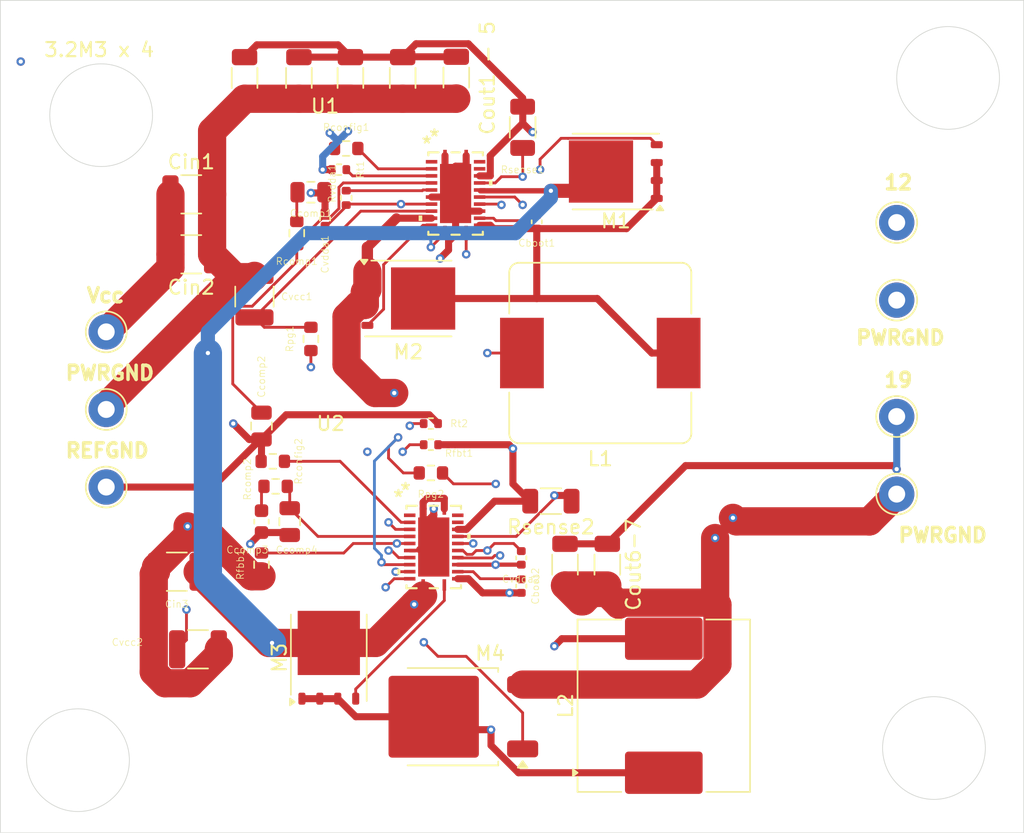
<source format=kicad_pcb>
(kicad_pcb (version 20241229) (generator "pcbnew") (generator_version "9.0")
  (layers (0 "F.Cu" signal) (4 "In1.Cu" mixed) (6 "In2.Cu" mixed) (2 "B.Cu" signal) (13 "F.Paste" user) (15 "B.Paste" user) (5 "F.SilkS" user "F.Silkscreen") (7 "B.SilkS" user "B.Silkscreen") (1 "F.Mask" user) (3 "B.Mask" user) (25 "Edge.Cuts" user))
  (net 0 "")
  (net 1 "Net-(U1-CBOOT)")
  (net 2 "Net-(M2-D)")
  (net 3 "Net-(M4-D)")
  (net 4 "Net-(U2-CBOOT)")
  (net 5 "GNDREF")
  (net 6 "Net-(Ccomp1-Pad1)")
  (net 7 "Net-(U1-EXTCOMP)")
  (net 8 "Net-(Ccomp3-Pad2)")
  (net 9 "Net-(U2-EXTCOMP)")
  (net 10 "GNDPWR")
  (net 11 "VCC")
  (net 12 "Net-(Con2-Pin_1)")
  (net 13 "Net-(Con3-Pin_1)")
  (net 14 "Net-(U1-VCC)")
  (net 15 "Net-(U2-VCC)")
  (net 16 "Net-(U1-PFM{slash}SYNC)")
  (net 17 "Net-(U2-PFM{slash}SYNC)")
  (net 18 "Net-(U1-ISNS+)")
  (net 19 "Net-(U2-ISNS+)")
  (net 20 "Net-(M1-G)")
  (net 21 "Net-(M2-G)")
  (net 22 "Net-(M3-G)")
  (net 23 "Net-(M4-G)")
  (net 24 "Net-(U1-CNFG)")
  (net 25 "Net-(U2-CNFG)")
  (net 26 "Net-(U2-FB)")
  (net 27 "Net-(U1-PG{slash}SYNCOUT)")
  (net 28 "Net-(U2-PG{slash}SYNCOUT)")
  (net 29 "Net-(U1-RT)")
  (net 30 "Net-(U2-RT)")
  (net 31 "Net-(U1-FB)")
  (footprint "Resistor_SMD:R_0402_1005Metric" (layer "F.Cu") (at 70 50 180)
    (property "Reference" "Rfbt1")
    (property "Value" "232K")
  )
  (footprint "Resistor_SMD:R_0603_1608Metric" (layer "F.Cu") (at 70 52)
    (property "Reference" "Rpg2")
    (property "Value" "100k")
  )
  (footprint "Capacitor_SMD:C_0402_1005Metric" (layer "F.Cu") (at 76.4036 58.02 -90)
    (property "Reference" "Cvdda2")
    (property "Value" "100n")
  )
  (footprint "Capacitor_SMD:C_0402_1005Metric" (layer "F.Cu") (at 76.4036 60.02 -90)
    (property "Reference" "Cboot2")
    (property "Value" "100n")
  )
  (footprint "Resistor_SMD:R_0402_1005Metric" (layer "F.Cu") (at 70 48.5 180)
    (property "Reference" "Rt2")
    (property "Value" "29.4K")
  )
  (footprint "Capacitor_SMD:C_0805_2012Metric" (layer "F.Cu") (at 60 55.45 90)
    (property "Reference" "Ccomp4")
    (property "Value" "68p")
  )
  (footprint "Capacitor_SMD:C_1210_3225Metric" (layer "F.Cu") (at 52 59 180)
    (property "Reference" "Cin3")
    (property "Value" "3.3u")
  )
  (footprint "Resistor_SMD:R_0603_1608Metric" (layer "F.Cu") (at 58 58.5 -90)
    (property "Reference" "Rfbb1")
    (property "Value" "10K")
  )
  (footprint "Wire Holes:Vout Holed" (layer "F.Cu") (at 103 34.25)
    (property "Reference" "Con2" (hide yes))
    (property "Value" "12V Out" (hide yes))
  )
  (footprint "Resistor_SMD:R_0603_1608Metric" (layer "F.Cu") (at 58.8 51.175)
    (property "Reference" "Rconfig2")
    (property "Value" "40.2K")
  )
  (footprint "Resistor_SMD:R_0603_1608Metric" (layer "F.Cu") (at 61.5 42.5 -90)
    (property "Reference" "Rpg1")
    (property "Value" "100K")
  )
  (footprint "Package_TO_SOT_SMD:TO-252-2" (layer "F.Cu") (at 71.46 69.28 180)
    (property "Reference" "M4")
    (property "Value" "100V 200A")
  )
  (footprint "Capacitor_SMD:C_1206_3216Metric" (layer "F.Cu") (at 79.5 58.5 -90)
    (property "Reference" "Cout7" (hide yes))
    (property "Value" "4.7u")
  )
  (footprint "Resistor_SMD:R_0603_1608Metric" (layer "F.Cu") (at 59 52.95)
    (property "Reference" "Rcomp2")
    (property "Value" "5.23k")
  )
  (footprint "Package_TO_SOT_SMD:TDSON-8-1" (layer "F.Cu") (at 83.1 30.635 180)
    (property "Reference" "M1")
    (property "Value" "80V 77A")
  )
  (footprint "Resistor_SMD:R_1206_3216Metric" (layer "F.Cu") (at 76.5 27.5 90)
    (property "Reference" "Rsense1")
    (property "Value" "6m")
  )
  (footprint "Inductor_SMD:L_Coilcraft_MSS1210-XXX" (layer "F.Cu") (at 86.5 68.5 90)
    (property "Reference" "L2")
    (property "Value" "10u")
  )
  (footprint "Resistor_SMD:R_0603_1608Metric" (layer "F.Cu") (at 60.5 35 -90)
    (property "Reference" "Rcomp1")
    (property "Value" "4.7K")
  )
  (footprint "Capacitor_SMD:C_0805_2012Metric" (layer "F.Cu") (at 61.5 32.1)
    (property "Reference" "Ccomp1")
    (property "Value" "3.9n")
  )
  (footprint "Capacitor_SMD:C_1210_3225Metric" (layer "F.Cu") (at 53.025 32.25)
    (property "Reference" "Cin1")
    (property "Value" "2.2u")
  )
  (footprint "Capacitor_SMD:C_1206_3216Metric" (layer "F.Cu") (at 68 24 -90)
    (property "Reference" "Cout2" (hide yes))
    (property "Value" "10u")
  )
  (footprint "Resistor_SMD:R_0603_1608Metric" (layer "F.Cu") (at 64 29)
    (property "Reference" "Rconfig1")
    (property "Value" "40.2K")
  )
  (footprint "Capacitor_SMD:C_0805_2012Metric" (layer "F.Cu") (at 58 48.675 -90)
    (property "Reference" "Ccomp2")
    (property "Value" "100p")
  )
  (footprint "Resistor_SMD:R_0402_1005Metric" (layer "F.Cu") (at 64 32.5 -90)
    (property "Reference" "Rvdda1")
    (property "Value" "47.5K")
  )
  (footprint "Wire Holes:Vin Holes" (layer "F.Cu") (at 47 42)
    (property "Reference" "Con1" (hide yes))
    (property "Value" "Battery In" (hide yes))
  )
  (footprint "Wire Holes:Vout Holed" (layer "F.Cu") (at 103 48)
    (property "Reference" "Con3" (hide yes))
    (property "Value" "19.5V Out" (hide yes))
  )
  (footprint "Inductor_SMD:L_Bourns_SRP1245A" (layer "F.Cu") (at 82 43.5 180)
    (property "Reference" "L1")
    (property "Value" "6.8u")
  )
  (footprint "Capacitor_SMD:C_1206_3216Metric" (layer "F.Cu") (at 82.5 58.5 -90)
    (property "Reference" "Cout6-7")
    (property "Value" "4.7u")
  )
  (footprint "Capacitor_SMD:C_1206_3216Metric" (layer "F.Cu") (at 64.3 24 -90)
    (property "Reference" "Cout3" (hide yes))
    (property "Value" "10u")
  )
  (footprint "Capacitor_SMD:C_1206_3216Metric" (layer "F.Cu") (at 60.65 24 -90)
    (property "Reference" "Cout4" (hide yes))
    (property "Value" "10u")
  )
  (footprint "Resistor_SMD:R_0402_1005Metric" (layer "F.Cu") (at 63.5 30.5)
    (property "Reference" "Rt1")
    (property "Value" "39K")
  )
  (footprint "LM5149:VQFN24_RGY_TEX" (layer "F.Cu") (at 71.75 32.1924)
    (property "Reference" "U1")
    (property "Value" "LM5149RGYR")
  )
  (footprint "Package_TO_SOT_SMD:TDSON-8-1" (layer "F.Cu") (at 68.4 39.635)
    (property "Reference" "M2")
    (property "Value" "80V 77A")
  )
  (footprint "LM5149:VQFN24_RGY_TEX" (layer "F.Cu") (at 70.2018 57.25)
    (property "Reference" "U2")
    (property "Value" "LM5149RGYR")
  )
  (footprint "Resistor_SMD:R_1206_3216Metric" (layer "F.Cu") (at 78.5 54 180)
    (property "Reference" "Rsense2")
    (property "Value" "9m")
  )
  (footprint "Capacitor_SMD:C_0603_1608Metric" (layer "F.Cu") (at 58 55.45 90)
    (property "Reference" "Ccomp3")
    (property "Value" "2.7n")
  )
  (footprint "Capacitor_SMD:C_1210_3225Metric" (layer "F.Cu") (at 53.025 36.5)
    (property "Reference" "Cin2")
    (property "Value" "2.2u")
  )
  (footprint "Capacitor_SMD:C_0402_1005Metric" (layer "F.Cu") (at 62.5 34 90)
    (property "Reference" "Cvdda1")
    (property "Value" "100n")
  )
  (footprint "Capacitor_SMD:C_1210_3225Metric" (layer "F.Cu") (at 57.5 39.5 90)
    (property "Reference" "Cvcc1")
    (property "Value" "2.2u")
  )
  (footprint "Capacitor_SMD:C_1206_3216Metric" (layer "F.Cu") (at 56.8 24 -90)
    (property "Reference" "Cout5" (hide yes))
    (property "Value" "10u")
  )
  (footprint "Capacitor_SMD:C_1206_3216Metric" (layer "F.Cu") (at 71.8 23.975 -90)
    (property "Reference" "Cout1 - 5")
    (property "Value" "10u")
  )
  (footprint "Package_TO_SOT_SMD:TDSON-8-1" (layer "F.Cu") (at 62.7686 65.1 90)
    (property "Reference" "M3")
    (property "Value" "80V 77A")
  )
  (footprint "Capacitor_SMD:C_1210_3225Metric" (layer "F.Cu") (at 53.5 64.5)
    (property "Reference" "Cvcc2")
    (property "Value" "2.2u")
  )
  (footprint "Capacitor_SMD:C_0402_1005Metric" (layer "F.Cu") (at 77.5 34.2 -90)
    (property "Reference" "Cboot1")
    (property "Value" "100n")
  )
  (gr_circle (center 46.640055 26.640055) (end 50.140055 25.640055) (stroke (width 0.05)) (fill no) (layer "Edge.Cuts"))
  (gr_circle (center 105.640055 71.5) (end 109.140055 70.5) (stroke (width 0.05)) (fill no) (layer "Edge.Cuts"))
  (gr_rect (start 39.5 18.5) (end 112 77.5) (stroke (width 0.05)) (fill no) (layer "Edge.Cuts"))
  (gr_circle (center 45 72.359945) (end 48.5 71.359945) (stroke (width 0.05)) (fill no) (layer "Edge.Cuts"))
  (gr_circle (center 106.640055 24) (end 110.140055 23) (stroke (width 0.05)) (fill no) (layer "Edge.Cuts"))
  (gr_text "3.2M3 x 4" (at 46.5 22 0) (layer "F.SilkS") (effects (font (size 1 1))))
  (segment (start 74.6082 34.1148) (end 77.1052 34.1148) (width 0.2) (layer "F.Cu") (net 1))
  (segment (start 74.4358 33.9424) (end 74.6082 34.1148) (width 0.2) (layer "F.Cu") (net 1))
  (segment (start 77.1052 34.1148) (end 77.5 33.72) (width 0.2) (layer "F.Cu") (net 1))
  (segment (start 73.4518 33.9424) (end 74.4358 33.9424) (width 0.2) (layer "F.Cu") (net 1))
  (segment (start 69.45 39.635) (end 77.5 39.635) (width 0.5) (layer "F.Cu") (net 2))
  (segment (start 81.785 39.635) (end 85.65 43.5) (width 0.5) (layer "F.Cu") (net 2))
  (segment (start 83.86 34.68) (end 86 32.54) (width 0.5) (layer "F.Cu") (net 2))
  (segment (start 73.4518 34.4424) (end 74.2082 34.4424) (width 0.5) (layer "F.Cu") (net 2))
  (segment (start 74.2082 34.4424) (end 74.4458 34.68) (width 0.5) (layer "F.Cu") (net 2))
  (segment (start 86 32.54) (end 86 31.27) (width 0.5) (layer "F.Cu") (net 2))
  (segment (start 87.55 43.5) (end 85.65 43.5) (width 0.5) (layer "F.Cu") (net 2))
  (segment (start 77.5 39.635) (end 81.785 39.635) (width 0.5) (layer "F.Cu") (net 2))
  (segment (start 77.5 39.635) (end 77.5 34.68) (width 0.5) (layer "F.Cu") (net 2))
  (segment (start 86 30) (end 86 31.27) (width 0.5) (layer "F.Cu") (net 2))
  (segment (start 74.4458 34.68) (end 77.5 34.68) (width 0.5) (layer "F.Cu") (net 2))
  (segment (start 77.5 34.68) (end 83.86 34.68) (width 0.5) (layer "F.Cu") (net 2))
  (segment (start 73.66 60.5) (end 72.66 59.5) (width 0.5) (layer "F.Cu") (net 3))
  (segment (start 75.5717 60.5) (end 76.4036 60.5) (width 0.5) (layer "F.Cu") (net 3))
  (segment (start 86.5 73.25) (end 76.2007 73.25) (width 0.5) (layer "F.Cu") (net 3))
  (segment (start 71.12 70.2) (end 70.2 69.28) (width 0.5) (layer "F.Cu") (net 3))
  (segment (start 62.1336 68) (end 63.4036 68) (width 0.5) (layer "F.Cu") (net 3))
  (segment (start 75.5717 60.5) (end 73.66 60.5) (width 0.5) (layer "F.Cu") (net 3))
  (segment (start 64.6836 69.28) (end 70.2 69.28) (width 0.5) (layer "F.Cu") (net 3))
  (segment (start 71.9036 59.5) (end 72.66 59.5) (width 0.5) (layer "F.Cu") (net 3))
  (segment (start 63.4036 68) (end 64.6836 69.28) (width 0.5) (layer "F.Cu") (net 3))
  (segment (start 60.8636 68) (end 62.1336 68) (width 0.5) (layer "F.Cu") (net 3))
  (segment (start 74.2595 71.3088) (end 74.2595 70.2) (width 0.5) (layer "F.Cu") (net 3))
  (segment (start 74.2595 70.2) (end 71.12 70.2) (width 0.5) (layer "F.Cu") (net 3))
  (segment (start 76.2007 73.25) (end 74.2595 71.3088) (width 0.5) (layer "F.Cu") (net 3))
  (via (at 75.5717 60.5) (size 0.6) (drill 0.3) (layers "F.Cu" "B.Cu") (net 3))
  (via (at 74.2595 70.2) (size 0.6) (drill 0.3) (layers "F.Cu" "B.Cu") (net 3))
  (segment (start 71.9036 59) (end 73 59) (width 0.2) (layer "F.Cu") (net 4))
  (segment (start 73.5 59.5) (end 76.3636 59.5) (width 0.2) (layer "F.Cu") (net 4))
  (segment (start 76.3636 59.5) (end 76.4036 59.54) (width 0.2) (layer "F.Cu") (net 4))
  (segment (start 73 59) (end 73.5 59.5) (width 0.2) (layer "F.Cu") (net 4))
  (segment (start 70.2014 54.9666) (end 69.854 55.314) (width 0.5) (layer "F.Cu") (net 5))
  (segment (start 64.1233 27.7793) (end 63.175 28.7276) (width 0.5) (layer "F.Cu") (net 5))
  (segment (start 70.2018 54.5372) (end 70.2014 54.5376) (width 0.5) (layer "F.Cu") (net 5))
  (segment (start 71.7436 30.2564) (end 71.6529 30.3471) (width 0.5) (layer "F.Cu") (net 5))
  (segment (start 47 53) (end 54.5439 53) (width 0.5) (layer "F.Cu") (net 5))
  (segment (start 74.581 58.5) (end 74.5851 58.5041) (width 0.5) (layer "F.Cu") (net 5))
  (segment (start 62.3965 32.1535) (end 62.45 32.1) (width 0.5) (layer "F.Cu") (net 5))
  (segment (start 58 49.625) (end 57.9189 49.625) (width 0.5) (layer "F.Cu") (net 5))
  (segment (start 71.6529 30.3471) (end 71.6529 32.0953) (width 0.5) (layer "F.Cu") (net 5))
  (segment (start 58 56.225) (end 59.825 56.225) (width 0.5) (layer "F.Cu") (net 5))
  (segment (start 70.2018 57.25) (end 70.0246 57.4272) (width 0.5) (layer "F.Cu") (net 5))
  (segment (start 72.5 30.2564) (end 71.7436 30.2564) (width 0.5) (layer "F.Cu") (net 5))
  (segment (start 58 49.625) (end 59.7489 47.8761) (width 0.5) (layer "F.Cu") (net 5))
  (segment (start 57.125 49.625) (end 56 48.5) (width 0.5) (layer "F.Cu") (net 5))
  (segment (start 58 56.225) (end 57.2065 57.0185) (width 0.5) (layer "F.Cu") (net 5))
  (segment (start 70.2018 57.0354) (end 70.2018 57.25) (width 0.5) (layer "F.Cu") (net 5))
  (segment (start 69.2061 57.4272) (end 69.1333 57.5) (width 0.2538) (layer "F.Cu") (net 5))
  (segment (start 71.2519 36.1964) (end 71.2519 35.5929) (width 0.5) (layer "F.Cu") (net 5))
  (segment (start 62.3965 32.1535) (end 62.5 32.257) (width 0.5) (layer "F.Cu") (net 5))
  (segment (start 71.0907 30.3471) (end 71 30.2564) (width 0.5) (layer "F.Cu") (net 5))
  (segment (start 69.4518 54.1794) (end 69.4518 54.0762) (width 0.5) (layer "F.Cu") (net 5))
  (segment (start 62.3343 30.5) (end 62.99 30.5) (width 0.5) (layer "F.Cu") (net 5))
  (segment (start 69.2083 57.4272) (end 69.2061 57.4272) (width 0.2538) (layer "F.Cu") (net 5))
  (segment (start 70.6533 36.795) (end 71.2519 36.1964) (width 0.5) (layer "F.Cu") (net 5))
  (segment (start 59.7489 47.8761) (end 69.8861 47.8761) (width 0.5) (layer "F.Cu") (net 5))
  (segment (start 62.5 32.257) (end 62.5 33.52) (width 0.5) (layer "F.Cu") (net 5))
  (segment (start 69.4518 54.5576) (end 69.4518 55.314) (width 0.5) (layer "F.Cu") (net 5))
  (segment (start 70.0482 32.4424) (end 71.5 32.4424) (width 0.5) (layer "F.Cu") (net 5))
  (segment (start 73.4518 33.4424) (end 72.6954 33.4424) (width 0.5) (layer "F.Cu") (net 5))
  (segment (start 69.854 55.314) (end 69.4518 55.314) (width 0.5) (layer "F.Cu") (net 5))
  (segment (start 61.5 32.1535) (end 62.3965 32.1535) (width 0.5) (layer "F.Cu") (net 5))
  (segment (start 69.7268 53.8012) (end 69.4518 54.0762) (width 0.5) (layer "F.Cu") (net 5))
  (segment (start 58 51.15) (end 58 49.625) (width 0.5) (layer "F.Cu") (net 5))
  (segment (start 71.75 33.4424) (end 72.6954 33.4424) (width 0.5) (layer "F.Cu") (net 5))
  (segment (start 69.4518 54.5576) (end 69.4518 54.5125) (width 0.5) (layer "F.Cu") (net 5))
  (segment (start 69.8861 47.8761) (end 70.51 48.5) (width 0.5) (layer "F.Cu") (net 5))
  (segment (start 70.9518 54.5576) (end 70.9518 53.8012) (width 0.5) (layer "F.Cu") (net 5))
  (segment (start 76.4036 58.5) (end 74.5892 58.5) (width 0.3) (layer "F.Cu") (net 5))
  (segment (start 70.9518 53.8012) (end 69.7268 53.8012) (width 0.5) (layer "F.Cu") (net 5))
  (segment (start 57.975 51.175) (end 58 51.15) (width 0.5) (layer "F.Cu") (net 5))
  (segment (start 71.75 33.4424) (end 71.75 32.1924) (width 0.5) (layer "F.Cu") (net 5))
  (segment (start 70.2014 54.5376) (end 70.2014 54.9666) (width 0.5) (layer "F.Cu") (net 5))
  (segment (start 57.9189 49.625) (end 57.125 49.625) (width 0.5) (layer "F.Cu") (net 5))
  (segment (start 70.2018 54.967) (end 70.2014 54.9666) (width 0.5) (layer "F.Cu") (net 5))
  (segment (start 54.5439 53) (end 57.9189 49.625) (width 0.5) (layer "F.Cu") (net 5))
  (segment (start 71.75 35.0949) (end 71.75 33.4424) (width 0.5) (layer "F.Cu") (net 5))
  (segment (start 68.5 57.5) (end 69.1333 57.5) (width 0.2538) (layer "F.Cu") (net 5))
  (segment (start 71 29.5) (end 71 30.2564) (width 0.5) (layer "F.Cu") (net 5))
  (segment (start 71.9036 58.5) (end 74.581 58.5) (width 0.3) (layer "F.Cu") (net 5))
  (segment (start 71.5 32.4424) (end 71.75 32.1924) (width 0.5) (layer "F.Cu") (net 5))
  (segment (start 70.2018 57.0354) (end 70.2018 54.967) (width 0.5) (layer "F.Cu") (net 5))
  (segment (start 71.6529 30.3471) (end 71.0907 30.3471) (width 0.5) (layer "F.Cu") (net 5))
  (segment (start 71.252 35.5929) (end 71.75 35.0949) (width 0.5) (layer "F.Cu") (net 5))
  (segment (start 59.825 56.225) (end 60 56.4) (width 0.5) (layer "F.Cu") (net 5))
  (segment (start 63.175 28.7276) (end 63.175 29) (width 0.5) (layer "F.Cu") (net 5))
  (segment (start 71.2519 35.5929) (end 71.252 35.5929) (width 0.5) (layer "F.Cu") (net 5))
  (segment (start 74.5892 58.5) (end 74.5851 58.5041) (width 0.5) (layer "F.Cu") (net 5))
  (segment (start 70.0246 57.4272) (end 69.2083 57.4272) (width 0.5) (layer "F.Cu") (net 5))
  (segment (start 71.6529 32.0953) (end 71.75 32.1924) (width 0.5) (layer "F.Cu") (net 5))
  (segment (start 69.4518 54.1794) (end 69.4518 54.5125) (width 0.5) (layer "F.Cu") (net 5))
  (segment (start 72.5 29.5) (end 72.5 30.2564) (width 0.5) (layer "F.Cu") (net 5))
  (segment (start 57.2065 57.0185) (end 57.2065 57.0353) (width 0.5) (layer "F.Cu") (net 5))
  (via (at 64.1233 27.7793) (size 0.6) (drill 0.3) (layers "F.Cu" "B.Cu") (net 5))
  (via (at 70.6533 36.795) (size 0.6) (drill 0.3) (layers "F.Cu" "B.Cu") (net 5))
  (via (at 74.5851 58.5041) (size 0.6) (drill 0.3) (layers "F.Cu" "B.Cu") (net 5))
  (via (at 56 48.5) (size 0.6) (drill 0.3) (layers "F.Cu" "B.Cu") (net 5))
  (via (at 62.8353 27.9021) (size 0.6) (drill 0.3) (layers "F.Cu" "B.Cu") (net 5))
  (via (at 62.3343 30.5) (size 0.6) (drill 0.3) (layers "F.Cu" "B.Cu") (net 5))
  (via (at 61.5 32.1535) (size 0.6) (drill 0.3) (layers "F.Cu" "B.Cu") (net 5))
  (via (at 40.9433 22.84) (size 0.6) (drill 0.3) (layers "F.Cu" "B.Cu") (net 5))
  (via (at 57.2065 57.0353) (size 0.6) (drill 0.3) (layers "F.Cu" "B.Cu") (net 5))
  (via (at 70.2018 54.5372) (size 0.6) (drill 0.3) (layers "F.Cu" "B.Cu") (net 5))
  (segment (start 64.1233 27.7793) (end 63.4179 28.4847) (width 0.5) (layer "B.Cu") (net 5))
  (segment (start 62.3343 29.5683) (end 62.3343 30.5) (width 0.5) (layer "B.Cu") (net 5))
  (segment (start 63.4179 28.4847) (end 62.8353 27.9021) (width 0.5) (layer "B.Cu") (net 5))
  (segment (start 63.4179 28.4847) (end 62.3343 29.5683) (width 0.5) (layer "B.Cu") (net 5))
  (segment (start 60.55 32.1) (end 60.5 32.15) (width 0.2) (layer "F.Cu") (net 6))
  (segment (start 60.5 32.15) (end 60.5 34.175) (width 0.2) (layer "F.Cu") (net 6))
  (segment (start 58 47.725) (end 55.9643 45.6893) (width 0.2) (layer "F.Cu") (net 7))
  (segment (start 63.7961 31.4424) (end 63.4858 31.7527) (width 0.2) (layer "F.Cu") (net 7))
  (segment (start 60.5 37.0241) (end 60.5 35.825) (width 0.2) (layer "F.Cu") (net 7))
  (segment (start 62.7911 33.9522) (end 62.2908 33.9522) (width 0.2) (layer "F.Cu") (net 7))
  (segment (start 57.343 40.1811) (end 60.5 37.0241) (width 0.2) (layer "F.Cu") (net 7))
  (segment (start 55.9643 45.6893) (end 55.9643 40.4936) (width 0.2) (layer "F.Cu") (net 7))
  (segment (start 63.4858 33.2575) (end 62.7911 33.9522) (width 0.2) (layer "F.Cu") (net 7))
  (segment (start 62.2908 33.9522) (end 60.5 35.743) (width 0.2) (layer "F.Cu") (net 7))
  (segment (start 70.0482 31.4424) (end 63.7961 31.4424) (width 0.2) (layer "F.Cu") (net 7))
  (segment (start 56.2768 40.1811) (end 57.343 40.1811) (width 0.2) (layer "F.Cu") (net 7))
  (segment (start 63.4858 31.7527) (end 63.4858 33.2575) (width 0.2) (layer "F.Cu") (net 7))
  (segment (start 60.5 35.743) (end 60.5 35.825) (width 0.2) (layer "F.Cu") (net 7))
  (segment (start 55.9643 40.4936) (end 56.2768 40.1811) (width 0.2) (layer "F.Cu") (net 7))
  (segment (start 58 53.125) (end 58 54.675) (width 0.2) (layer "F.Cu") (net 8))
  (segment (start 58.175 52.95) (end 58 53.125) (width 0.2) (layer "F.Cu") (net 8))
  (segment (start 60 54.5) (end 62 56.5) (width 0.2) (layer "F.Cu") (net 9))
  (segment (start 60 53.125) (end 60 54.5) (width 0.2) (layer "F.Cu") (net 9))
  (segment (start 62 56.5) (end 68.5 56.5) (width 0.2) (layer "F.Cu") (net 9))
  (segment (start 59.825 52.95) (end 60 53.125) (width 0.2) (layer "F.Cu") (net 9))
  (segment (start 54.975 64.8849) (end 52.9523 66.9076) (width 2) (layer "F.Cu") (net 10))
  (segment (start 54.975 64.5) (end 54.975 64.8849) (width 2) (layer "F.Cu") (net 10))
  (segment (start 70.0482 33.942399) (end 67.557601 33.942399) (width 0.5) (layer "F.Cu") (net 10))
  (segment (start 90.3026 61.3624) (end 90.1375 61.1973) (width 2) (layer "F.Cu") (net 10))
  (segment (start 56.1211 38.1211) (end 47 47.2422) (width 2) (layer "F.Cu") (net 10))
  (segment (start 101.0675 55.4326) (end 91.6477 55.4326) (width 2) (layer "F.Cu") (net 10))
  (segment (start 81.3797 60.5057) (end 80.7895 61.0959) (width 2) (layer "F.Cu") (net 10))
  (segment (start 103 53.5) (end 101.0675 55.4325) (width 2) (layer "F.Cu") (net 10))
  (segment (start 65.5 39) (end 65.5 37.73) (width 2) (layer "F.Cu") (net 10))
  (segment (start 52.7626 56.5974) (end 52.6098 56.5974) (width 2) (layer "F.Cu") (net 10))
  (segment (start 51.1655 66.9076) (end 50.3692 66.1113) (width 2) (layer "F.Cu") (net 10))
  (segment (start 65.3218 40.0918) (end 64.8585 40.0918) (width 2) (layer "F.Cu") (net 10))
  (segment (start 83.3171 61.3406) (end 83.317 61.3406) (width 2) (layer "F.Cu") (net 10))
  (segment (start 82.5 59.975) (end 79.5 59.975) (width 2) (layer "F.Cu") (net 10))
  (segment (start 65.3218 40.0918) (end 65.5 40.27) (width 0.5008) (layer "F.Cu") (net 10))
  (segment (start 54.5824 56.5974) (end 52.7626 56.5974) (width 2) (layer "F.Cu") (net 10))
  (segment (start 57.31 59.325) (end 54.5824 56.5974) (width 2) (layer "F.Cu") (net 10))
  (segment (start 68.5 58.999999) (end 67.5 59) (width 0.2) (layer "F.Cu") (net 10))
  (segment (start 56.1211 38.1211) (end 54.5 36.5) (width 2) (layer "F.Cu") (net 10))
  (segment (start 64.0228 40.9275) (end 64.0228 44.3037) (width 2) (layer "F.Cu") (net 10))
  (segment (start 71.8 25.45) (end 71.775 25.475) (width 2) (layer "F.Cu") (net 10))
  (segment (start 66.0521 46.333) (end 67.4039 46.333) (width 2) (layer "F.Cu") (net 10))
  (segment (start 63.2894 25.475) (end 64.3 25.475) (width 2) (layer "F.Cu") (net 10))
  (segment (start 54.5 27.775) (end 54.5 32.25) (width 2) (layer "F.Cu") (net 10))
  (segment (start 60.65 25.475) (end 63.2894 25.475) (width 2) (layer "F.Cu") (net 10))
  (segment (start 83.4604 61.1973) (end 83.3171 61.3406) (width 2) (layer "F.Cu") (net 10))
  (segment (start 82.6235 60.6471) (end 82.5995 60.6471) (width 2) (layer "F.Cu") (net 10))
  (segment (start 71.775 25.475) (end 68 25.475) (width 2) (layer "F.Cu") (net 10))
  (segment (start 80.7895 61.0959) (end 80.6209 61.0959) (width 2) (layer "F.Cu") (net 10))
  (segment (start 83.317 61.3406) (end 82.6235 60.6471) (width 2) (layer "F.Cu") (net 10))
  (segment (start 56.8 25.475) (end 54.5 27.775) (width 2) (layer "F.Cu") (net 10))
  (segment (start 90.1375 61.1973) (end 83.4604 61.1973) (width 2) (layer "F.Cu") (net 10))
  (segment (start 90.1375 61.1973) (end 90.1375 56.6125) (width 2) (layer "F.Cu") (net 10))
  (segment (start 47 47.2422) (end 47 47.5) (width 2) (layer "F.Cu") (net 10))
  (segment (start 54.5 36.5) (end 54.5 32.25) (width 2) (layer "F.Cu") (net 10))
  (segment (start 52.9523 66.9076) (end 51.1655 66.9076) (width 2) (layer "F.Cu") (net 10))
  (segment (start 64.8585 40.0918) (end 64.0228 40.9275) (width 2) (layer "F.Cu") (net 10))
  (segment (start 90.3026 65.5395) (end 90.3026 61.3624) (width 2) (layer "F.Cu") (net 10))
  (segment (start 80.6209 61.0959) (end 79.5 59.975) (width 2) (layer "F.Cu") (net 10))
  (segment (start 91.6477 55.4326) (end 91.3977 55.1826) (width 2) (layer "F.Cu") (net 10))
  (segment (start 58 59.325) (end 57.31 59.325) (width 2) (layer "F.Cu") (net 10))
  (segment (start 76.5 67) (end 88.8421 67) (width 2) (layer "F.Cu") (net 10))
  (segment (start 50.3692 66.1113) (end 50.3692 59.1558) (width 2) (layer "F.Cu") (net 10))
  (segment (start 52.6098 56.5974) (end 50.525 58.6822) (width 2) (layer "F.Cu") (net 10))
  (segment (start 57.4039 38.1211) (end 57.5 38.025) (width 2) (layer "F.Cu") (net 10))
  (segment (start 64.0228 44.3037) (end 66.0521 46.333) (width 2) (layer "F.Cu") (net 10))
  (segment (start 50.3692 59.1558) (end 50.525 59) (width 2) (layer "F.Cu") (net 10))
  (segment (start 88.8421 67) (end 90.3026 65.5395) (width 2) (layer "F.Cu") (net 10))
  (segment (start 82.4581 60.5057) (end 81.3797 60.5057) (width 2) (layer "F.Cu") (net 10))
  (segment (start 63.2894 25.475) (end 68 25.475) (width 2) (layer "F.Cu") (net 10))
  (segment (start 101.0675 55.4325) (end 101.0675 55.4326) (width 2) (layer "F.Cu") (net 10))
  (segment (start 56.1211 38.1211) (end 57.4039 38.1211) (width 2) (layer "F.Cu") (net 10))
  (segment (start 67.557601 33.942399) (end 65.5 36) (width 0.7) (layer "F.Cu") (net 10))
  (segment (start 65.3218 39.1782) (end 65.3218 40.0918) (width 2) (layer "F.Cu") (net 10))
  (segment (start 82.5995 60.6471) (end 82.4581 60.5057) (width 2) (layer "F.Cu") (net 10))
  (segment (start 65.5 36) (end 65.5 37.73) (width 0.8) (layer "F.Cu") (net 10))
  (segment (start 65.5 39) (end 65.3218 39.1782) (width 2) (layer "F.Cu") (net 10))
  (segment (start 56.8 25.475) (end 60.65 25.475) (width 2) (layer "F.Cu") (net 10))
  (segment (start 52.7626 56.5974) (end 52.7626 55.7862) (width 2) (layer "F.Cu") (net 10))
  (segment (start 50.525 58.6822) (end 50.525 59) (width 2) (layer "F.Cu") (net 10))
  (via (at 67.5 59) (size 0.6) (drill 0.3) (layers "F.Cu" "B.Cu") (net 10))
  (via (at 67.4039 46.333) (size 0.6) (drill 0.3) (layers "F.Cu" "B.Cu") (net 10))
  (via (at 91.3977 55.1826) (size 0.6) (drill 0.3) (layers "F.Cu" "B.Cu") (net 10))
  (via (at 65.5 50.5) (size 0.6) (drill 0.3) (layers "F.Cu" "B.Cu") (net 10))
  (via (at 90.1375 56.6125) (size 0.6) (drill 0.3) (layers "F.Cu" "B.Cu") (net 10))
  (via (at 52.7626 55.7862) (size 0.6) (drill 0.3) (layers "F.Cu" "B.Cu") (net 10))
  (segment (start 62.7686 64.05) (end 66.0807 64.05) (width 2) (layer "F.Cu") (net 11))
  (segment (start 70.999999 35.000001) (end 70 36) (width 0.2) (layer "F.Cu") (net 11))
  (segment (start 68.81535 61.31535) (end 69.4518 60.6789) (width 2) (layer "F.Cu") (net 11))
  (segment (start 82.05 30.635) (end 80.685 32) (width 1) (layer "F.Cu") (net 11))
  (segment (start 70.999999 34.8848) (end 70.999999 35.000001) (width 0.2) (layer "F.Cu") (net 11))
  (segment (start 66.0807 64.05) (end 68.81535 61.31535) (width 2) (layer "F.Cu") (net 11))
  (segment (start 73.5094 32) (end 73.4518 31.9424) (width 0.2) (layer "F.Cu") (net 11))
  (segment (start 69.4518 60.6789) (end 69.4518 59.9424) (width 0.2538) (layer "F.Cu") (net 11))
  (segment (start 53.475 59) (end 58.525 64.05) (width 2) (layer "F.Cu") (net 11))
  (segment (start 78.5 32) (end 73.5094 32) (width 0.381) (layer "F.Cu") (net 11))
  (segment (start 47 42) (end 51.55 37.45) (width 2) (layer "F.Cu") (net 11))
  (segment (start 51.55 36.5) (end 51.55 32.25) (width 2) (layer "F.Cu") (net 11))
  (segment (start 51.55 37.45) (end 51.55 36.5) (width 2) (layer "F.Cu") (net 11))
  (segment (start 80.685 32) (end 78.5 32) (width 1) (layer "F.Cu") (net 11))
  (segment (start 58.525 64.05) (end 58.7473 64.05) (width 2) (layer "F.Cu") (net 11))
  (segment (start 58.7473 64.05) (end 62.7686 64.05) (width 2) (layer "F.Cu") (net 11))
  (segment (start 71.9036 57) (end 73 57) (width 0.2) (layer "F.Cu") (net 11))
  (via (at 68.81535 61.31535) (size 0.6) (drill 0.3) (layers "F.Cu" "B.Cu") (net 11))
  (via (at 58.7473 64.05) (size 0.6) (drill 0.3) (layers "F.Cu" "B.Cu") (net 11))
  (via (at 54.2025 43.5) (size 0.6) (drill 0.3) (layers "F.Cu" "B.Cu") (net 11))
  (via (at 70 36) (size 0.6) (drill 0.3) (layers "F.Cu" "B.Cu") (net 11))
  (via (at 78.5 32) (size 0.6) (drill 0.3) (layers "F.Cu" "B.Cu") (net 11))
  (via (at 73 57) (size 0.6) (drill 0.3) (layers "F.Cu" "B.Cu") (net 11))
  (segment (start 54.2025 42) (end 61.2025 35) (width 1) (layer "B.Cu") (net 11))
  (segment (start 70 35.5) (end 69.5 35) (width 0.2) (layer "B.Cu") (net 11))
  (segment (start 78.5 32.5) (end 78.5 32) (width 1) (layer "B.Cu") (net 11))
  (segment (start 61.2025 35) (end 69.5 35) (width 1) (layer "B.Cu") (net 11))
  (segment (start 70 36) (end 70 35.5) (width 0.2) (layer "B.Cu") (net 11))
  (segment (start 76 35) (end 78.5 32.5) (width 1) (layer "B.Cu") (net 11))
  (segment (start 54.2025 59.5052) (end 58.7473 64.05) (width 2) (layer "B.Cu") (net 11))
  (segment (start 54.2025 43.5) (end 54.2025 59.5052) (width 2) (layer "B.Cu") (net 11))
  (segment (start 54.2025 43.5) (end 54.2025 42) (width 1) (layer "B.Cu") (net 11))
  (segment (start 69.5 35) (end 76 35) (width 1) (layer "B.Cu") (net 11))
  (segment (start 72.6569 21.5783) (end 76.5 25.4214) (width 0.5) (layer "F.Cu") (net 12))
  (segment (start 68.025 22.5) (end 68 22.525) (width 0.5) (layer "F.Cu") (net 12))
  (segment (start 64.3 22.525) (end 63.4283 21.6533) (width 0.5) (layer "F.Cu") (net 12))
  (segment (start 73.4518 30.9424) (end 74.2082 30.9424) (width 0.5) (layer "F.Cu") (net 12))
  (segment (start 71.8 22.5) (end 68.025 22.5) (width 0.5) (layer "F.Cu") (net 12))
  (segment (start 76.5086 26.0461) (end 76.5 26.0375) (width 0.5) (layer "F.Cu") (net 12))
  (segment (start 74.2082 29.5105) (end 74.2082 30.9424) (width 0.5) (layer "F.Cu") (net 12))
  (segment (start 76.5086 27.2101) (end 74.2082 29.5105) (width 0.5) (layer "F.Cu") (net 12))
  (segment (start 76.5 25.4214) (end 76.5 26.0375) (width 0.5) (layer "F.Cu") (net 12))
  (segment (start 68 22.525) (end 68.9467 21.5783) (width 0.5) (layer "F.Cu") (net 12))
  (segment (start 77.2081 27.8395) (end 77.138 27.8395) (width 0.5) (layer "F.Cu") (net 12))
  (segment (start 77.138 27.8395) (end 76.5086 27.2101) (width 0.5) (layer "F.Cu") (net 12))
  (segment (start 76.5086 27.2101) (end 76.5086 26.0461) (width 0.5) (layer "F.Cu") (net 12))
  (segment (start 68 22.525) (end 64.3 22.525) (width 0.5) (layer "F.Cu") (net 12))
  (segment (start 68.9467 21.5783) (end 72.6569 21.5783) (width 0.5) (layer "F.Cu") (net 12))
  (segment (start 63.4283 21.6533) (end 57.6717 21.6533) (width 0.5) (layer "F.Cu") (net 12))
  (segment (start 64.3 22.525) (end 60.65 22.525) (width 0.5) (layer "F.Cu") (net 12))
  (segment (start 57.6717 21.6533) (end 56.8 22.525) (width 0.5) (layer "F.Cu") (net 12))
  (via (at 77.2081 27.8395) (size 0.6) (drill 0.3) (layers "F.Cu" "B.Cu") (net 12))
  (segment (start 75.8113 52.7738) (end 77.0375 54) (width 0.5) (layer "F.Cu") (net 13))
  (segment (start 88.045 51.48) (end 102.7474 51.48) (width 0.5) (layer "F.Cu") (net 13))
  (segment (start 82.5 57.025) (end 88.045 51.48) (width 0.5) (layer "F.Cu") (net 13))
  (segment (start 72.5123 56) (end 71.9036 56) (width 0.5) (layer "F.Cu") (net 13))
  (segment (start 74.5123 54) (end 72.5123 56) (width 0.5) (layer "F.Cu") (net 13))
  (segment (start 70.51 50) (end 75.5363 50) (width 0.5) (layer "F.Cu") (net 13))
  (segment (start 75.5363 50) (end 75.8113 50.275) (width 0.5) (layer "F.Cu") (net 13))
  (segment (start 102.7474 51.48) (end 102.9974 51.73) (width 0.5) (layer "F.Cu") (net 13))
  (segment (start 79.5 57.025) (end 82.5 57.025) (width 0.5) (layer "F.Cu") (net 13))
  (segment (start 77.0375 54) (end 74.5123 54) (width 0.5) (layer "F.Cu") (net 13))
  (segment (start 75.8113 50.275) (end 75.8113 52.7738) (width 0.5) (layer "F.Cu") (net 13))
  (via (at 75.8113 50.275) (size 0.6) (drill 0.3) (layers "F.Cu" "B.Cu") (net 13))
  (via (at 102.9974 51.73) (size 0.6) (drill 0.3) (layers "F.Cu" "B.Cu") (net 13))
  (segment (start 103 48) (end 103 51.7274) (width 0.5) (layer "B.Cu") (net 13))
  (segment (start 103 51.7274) (end 102.9974 51.73) (width 0.5) (layer "B.Cu") (net 13))
  (segment (start 57.5 40.975) (end 65.0326 33.4424) (width 0.2) (layer "F.Cu") (net 14))
  (segment (start 58.2 41.675) (end 57.5 40.975) (width 0.2) (layer "F.Cu") (net 14))
  (segment (start 61.5 41.675) (end 58.2 41.675) (width 0.2) (layer "F.Cu") (net 14))
  (segment (start 65.0326 33.4424) (end 70.0482 33.4424) (width 0.2) (layer "F.Cu") (net 14))
  (segment (start 68.5 58.5) (end 66.6713 58.5) (width 0.2) (layer "F.Cu") (net 15))
  (segment (start 67.6768 49.48) (end 67 50.1568) (width 0.2) (layer "F.Cu") (net 15))
  (segment (start 67 50.1568) (end 67 50.9514) (width 0.2) (layer "F.Cu") (net 15))
  (segment (start 67 50.9514) (end 68.0486 52) (width 0.2) (layer "F.Cu") (net 15))
  (segment (start 52.6854 63.8396) (end 52.6854 61.6843) (width 0.2) (layer "F.Cu") (net 15))
  (segment (start 68.0486 52) (end 69.175 52) (width 0.2) (layer "F.Cu") (net 15))
  (segment (start 66.6713 58.5) (end 66.5 58.3287) (width 0.2) (layer "F.Cu") (net 15))
  (segment (start 52.025 64.5) (end 52.6854 63.8396) (width 0.2) (layer "F.Cu") (net 15))
  (via (at 52.6854 61.6843) (size 0.6) (drill 0.3) (layers "F.Cu" "B.Cu") (net 15))
  (via (at 66.5 58.3287) (size 0.6) (drill 0.3) (layers "F.Cu" "B.Cu") (net 15))
  (via (at 67.6768 49.48) (size 0.6) (drill 0.3) (layers "F.Cu" "B.Cu") (net 15))
  (segment (start 66.5 57.8376) (end 66 57.3376) (width 0.2) (layer "B.Cu") (net 15))
  (segment (start 66 51.1568) (end 67.6768 49.48) (width 0.2) (layer "B.Cu") (net 15))
  (segment (start 66 57.3376) (end 66 51.1568) (width 0.2) (layer "B.Cu") (net 15))
  (segment (start 66.5 58.3287) (end 66.5 57.8376) (width 0.2) (layer "B.Cu") (net 15))
  (segment (start 67.8818 32.9424) (end 70.0482 32.9424) (width 0.2) (layer "F.Cu") (net 16))
  (segment (start 64 33.0992) (end 64 33.01) (width 0.2) (layer "F.Cu") (net 16))
  (segment (start 75.9424 32.4424) (end 76.5 33) (width 0.2) (layer "F.Cu") (net 16))
  (segment (start 62.5 34.48) (end 62.6192 34.48) (width 0.2) (layer "F.Cu") (net 16))
  (segment (start 73.4518 32.4424) (end 75.9424 32.4424) (width 0.2) (layer "F.Cu") (net 16))
  (segment (start 62.6192 34.48) (end 64 33.0992) (width 0.2) (layer "F.Cu") (net 16))
  (segment (start 64 33.01) (end 64.0676 32.9424) (width 0.2) (layer "F.Cu") (net 16))
  (segment (start 64.0676 32.9424) (end 67.8818 32.9424) (width 0.2) (layer "F.Cu") (net 16))
  (via (at 67.8818 32.9424) (size 0.6) (drill 0.3) (layers "F.Cu" "B.Cu") (net 16))
  (via (at 76.5 33) (size 0.6) (drill 0.3) (layers "F.Cu" "B.Cu") (net 16))
  (segment (start 74 57.5) (end 74.5 57) (width 0.2) (layer "F.Cu") (net 17))
  (segment (start 73.2091 57.5) (end 72.9343 57.7748) (width 0.2) (layer "F.Cu") (net 17))
  (segment (start 67 57.5) (end 67.2137 57.5) (width 0.2) (layer "F.Cu") (net 17))
  (segment (start 67.2137 57.5) (end 67.7137 58) (width 0.2) (layer "F.Cu") (net 17))
  (segment (start 74 57.5) (end 73.2091 57.5) (width 0.2) (layer "F.Cu") (net 17))
  (segment (start 67.7137 58) (end 68.5 58) (width 0.2) (layer "F.Cu") (net 17))
  (segment (start 72.9343 57.7748) (end 72.5472 57.7748) (width 0.2) (layer "F.Cu") (net 17))
  (segment (start 75.8636 57) (end 76.4036 57.54) (width 0.2) (layer "F.Cu") (net 17))
  (segment (start 74.5 57) (end 75.8636 57) (width 0.2) (layer "F.Cu") (net 17))
  (segment (start 72.2724 57.5) (end 71.9036 57.5) (width 0.2) (layer "F.Cu") (net 17))
  (segment (start 72.5472 57.7748) (end 72.2724 57.5) (width 0.2) (layer "F.Cu") (net 17))
  (via (at 74 57.5) (size 0.6) (drill 0.3) (layers "F.Cu" "B.Cu") (net 17))
  (via (at 67 57.5) (size 0.6) (drill 0.3) (layers "F.Cu" "B.Cu") (net 17))
  (segment (start 76.5 31) (end 75 31) (width 0.2) (layer "F.Cu") (net 18))
  (segment (start 76.5 28.9625) (end 76.5 29.5) (width 0.2) (layer "F.Cu") (net 18))
  (segment (start 74.557601 31.442399) (end 73.4518 31.442399) (width 0.2) (layer "F.Cu") (net 18))
  (segment (start 74 43.5) (end 76.45 43.5) (width 0.2) (layer "F.Cu") (net 18))
  (segment (start 76.5 28.9625) (end 76.5 31) (width 0.2) (layer "F.Cu") (net 18))
  (segment (start 75 31) (end 74.557601 31.442399) (width 0.2) (layer "F.Cu") (net 18))
  (via (at 74 43.5) (size 0.6) (drill 0.3) (layers "F.Cu" "B.Cu") (net 18))
  (via (at 76.5 31) (size 0.6) (drill 0.3) (layers "F.Cu" "B.Cu") (net 18))
  (segment (start 79.5581 53.5956) (end 79.9625 54) (width 0.5) (layer "F.Cu") (net 19))
  (segment (start 78.7468 53.802228) (end 78.7468 53.5956) (width 0.2) (layer "F.Cu") (net 19))
  (segment (start 78.7468 53.5956) (end 79.5581 53.5956) (width 0.5) (layer "F.Cu") (net 19))
  (segment (start 71.9036 56.499999) (end 76.049029 56.499999) (width 0.2) (layer "F.Cu") (net 19))
  (segment (start 86.5 63.75) (end 79.2768 63.75) (width 0.5) (layer "F.Cu") (net 19))
  (segment (start 79.2768 63.75) (end 78.7468 64.28) (width 0.5) (layer "F.Cu") (net 19))
  (segment (start 76.049029 56.499999) (end 78.7468 53.802228) (width 0.2) (layer "F.Cu") (net 19))
  (via (at 78.7468 64.28) (size 0.6) (drill 0.3) (layers "F.Cu" "B.Cu") (net 19))
  (via (at 78.7468 53.5956) (size 0.6) (drill 0.3) (layers "F.Cu" "B.Cu") (net 19))
  (segment (start 77.7353 30.5) (end 77.7353 29.7647) (width 0.2) (layer "F.Cu") (net 20))
  (segment (start 72.500001 35.480701) (end 72.5105 35.4912) (width 0.2) (layer "F.Cu") (net 20))
  (segment (start 79.721 28.279) (end 79.7217 28.2783) (width 0.2) (layer "F.Cu") (net 20))
  (segment (start 77.7353 29.7647) (end 79.221 28.279) (width 0.2) (layer "F.Cu") (net 20))
  (segment (start 72.5 35.4912) (end 72.5 36.5) (width 0.2) (layer "F.Cu") (net 20))
  (segment (start 79.221 28.279) (end 79.721 28.279) (width 0.2) (layer "F.Cu") (net 20))
  (segment (start 72.500001 34.8848) (end 72.500001 35.480701) (width 0.2) (layer "F.Cu") (net 20))
  (segment (start 72.5105 35.4912) (end 72.5 35.4912) (width 0.2) (layer "F.Cu") (net 20))
  (segment (start 85.5483 28.2783) (end 86 28.73) (width 0.2) (layer "F.Cu") (net 20))
  (segment (start 79.7217 28.2783) (end 85.5483 28.2783) (width 0.2) (layer "F.Cu") (net 20))
  (via (at 72.5 36.5) (size 0.6) (drill 0.3) (layers "F.Cu" "B.Cu") (net 20))
  (via (at 77.7353 30.5) (size 0.6) (drill 0.3) (layers "F.Cu" "B.Cu") (net 20))
  (segment (start 65.5 41.54) (end 65.5023 41.54) (width 0.2) (layer "F.Cu") (net 21))
  (segment (start 65.5023 41.54) (end 66.6517 40.3906) (width 0.2) (layer "F.Cu") (net 21))
  (segment (start 66.6517 37.2325) (end 69.4418 34.4424) (width 0.2) (layer "F.Cu") (net 21))
  (segment (start 70.0482 34.4424) (end 69.4418 34.4424) (width 0.2) (layer "F.Cu") (net 21))
  (segment (start 66.6517 40.3906) (end 66.6517 37.2325) (width 0.2) (layer "F.Cu") (net 21))
  (segment (start 64.6736 67.317) (end 70.9518 61.0388) (width 0.2) (layer "F.Cu") (net 22))
  (segment (start 70.9518 59.9424) (end 70.9518 61.0388) (width 0.2) (layer "F.Cu") (net 22))
  (segment (start 64.6736 68) (end 64.6736 67.317) (width 0.2) (layer "F.Cu") (net 22))
  (segment (start 72.5 65) (end 76.5 69) (width 0.2) (layer "F.Cu") (net 23))
  (segment (start 76.5 69) (end 76.5 71.56) (width 0.2) (layer "F.Cu") (net 23))
  (segment (start 69.5 64) (end 70.5 65) (width 0.2) (layer "F.Cu") (net 23))
  (segment (start 66.7948 60.1032) (end 67.398 59.5) (width 0.2) (layer "F.Cu") (net 23))
  (segment (start 70.5 65) (end 72.5 65) (width 0.2) (layer "F.Cu") (net 23))
  (segment (start 67.398 59.5) (end 68.5 59.5) (width 0.2) (layer "F.Cu") (net 23))
  (via (at 69.5 64) (size 0.6) (drill 0.3) (layers "F.Cu" "B.Cu") (net 23))
  (via (at 66.7948 60.1032) (size 0.6) (drill 0.3) (layers "F.Cu" "B.Cu") (net 23))
  (segment (start 64.825 29) (end 66.2674 30.4424) (width 0.2) (layer "F.Cu") (net 24))
  (segment (start 66.2674 30.4424) (end 70.0482 30.4424) (width 0.2) (layer "F.Cu") (net 24))
  (segment (start 63.5686 51.175) (end 59.625 51.175) (width 0.2) (layer "F.Cu") (net 25))
  (segment (start 68.5 55.5) (end 67.8936 55.5) (width 0.2) (layer "F.Cu") (net 25))
  (segment (start 67.8936 55.5) (end 63.5686 51.175) (width 0.2) (layer "F.Cu") (net 25))
  (segment (start 68.5 50) (end 69.49 50) (width 0.2) (layer "F.Cu") (net 26))
  (segment (start 68.5 57) (end 67.5924 57) (width 0.2) (layer "F.Cu") (net 26))
  (segment (start 63.825 57.675) (end 64.5 57) (width 0.2) (layer "F.Cu") (net 26))
  (segment (start 58 57.675) (end 63.825 57.675) (width 0.2) (layer "F.Cu") (net 26))
  (segment (start 64.5 57) (end 67.5924 57) (width 0.2) (layer "F.Cu") (net 26))
  (segment (start 68 50.5) (end 68.5 50) (width 0.2) (layer "F.Cu") (net 26))
  (via (at 68 50.5) (size 0.6) (drill 0.3) (layers "F.Cu" "B.Cu") (net 26))
  (via (at 67.5924 57) (size 0.6) (drill 0.3) (layers "F.Cu" "B.Cu") (net 26))
  (segment (start 73.4518 32.942401) (end 74.942401 32.942401) (width 0.2) (layer "F.Cu") (net 27))
  (segment (start 61.5 43.325) (end 61.5 44.5) (width 0.2) (layer "F.Cu") (net 27))
  (segment (start 74.942401 32.942401) (end 75 33) (width 0.2) (layer "F.Cu") (net 27))
  (via (at 61.5 44.5) (size 0.6) (drill 0.3) (layers "F.Cu" "B.Cu") (net 27))
  (via (at 75 33) (size 0.6) (drill 0.3) (layers "F.Cu" "B.Cu") (net 27))
  (segment (start 70.825 52) (end 71.5992 52.7742) (width 0.2) (layer "F.Cu") (net 28))
  (segment (start 74.9 57.8511) (end 74.529579 57.8511) (width 0.2) (layer "F.Cu") (net 28))
  (segment (start 74.529579 57.8511) (end 74.354879 58.0258) (width 0.2) (layer "F.Cu") (net 28))
  (segment (start 75 57.7511) (end 74.9 57.8511) (width 0.2) (layer "F.Cu") (net 28))
  (segment (start 74.354879 58.0258) (end 71.929399 58.0258) (width 0.2) (layer "F.Cu") (net 28))
  (segment (start 71.5992 52.7742) (end 74.5939 52.7742) (width 0.2) (layer "F.Cu") (net 28))
  (segment (start 71.929399 58.0258) (end 71.9036 58.000001) (width 0.2) (layer "F.Cu") (net 28))
  (via (at 74.9 57.8511) (size 0.6) (drill 0.3) (layers "F.Cu" "B.Cu") (net 28))
  (via (at 74.5939 52.7742) (size 0.6) (drill 0.3) (layers "F.Cu" "B.Cu") (net 28))
  (segment (start 64.4524 30.9424) (end 70.0482 30.9424) (width 0.2) (layer "F.Cu") (net 29))
  (segment (start 64.01 30.5) (end 64.4524 30.9424) (width 0.2) (layer "F.Cu") (net 29))
  (segment (start 67.5 56) (end 68.5 56) (width 0.2) (layer "F.Cu") (net 30))
  (segment (start 67 55.5) (end 67.5 56) (width 0.2) (layer "F.Cu") (net 30))
  (segment (start 68.6609 48.5) (end 68.505 48.6559) (width 0.2) (layer "F.Cu") (net 30))
  (segment (start 69.49 48.5) (end 68.6609 48.5) (width 0.2) (layer "F.Cu") (net 30))
  (via (at 67 55.5) (size 0.6) (drill 0.3) (layers "F.Cu" "B.Cu") (net 30))
  (via (at 68.505 48.6559) (size 0.6) (drill 0.3) (layers "F.Cu" "B.Cu") (net 30))
  (segment (start 70.0482 31.9424) (end 69.4418 31.9424) (width 0.2) (layer "F.Cu") (net 31))
  (segment (start 64 31.99) (end 69.3942 31.99) (width 0.2) (layer "F.Cu") (net 31))
  (segment (start 69.3942 31.99) (end 69.4418 31.9424) (width 0.2) (layer "F.Cu") (net 31))
)
</source>
